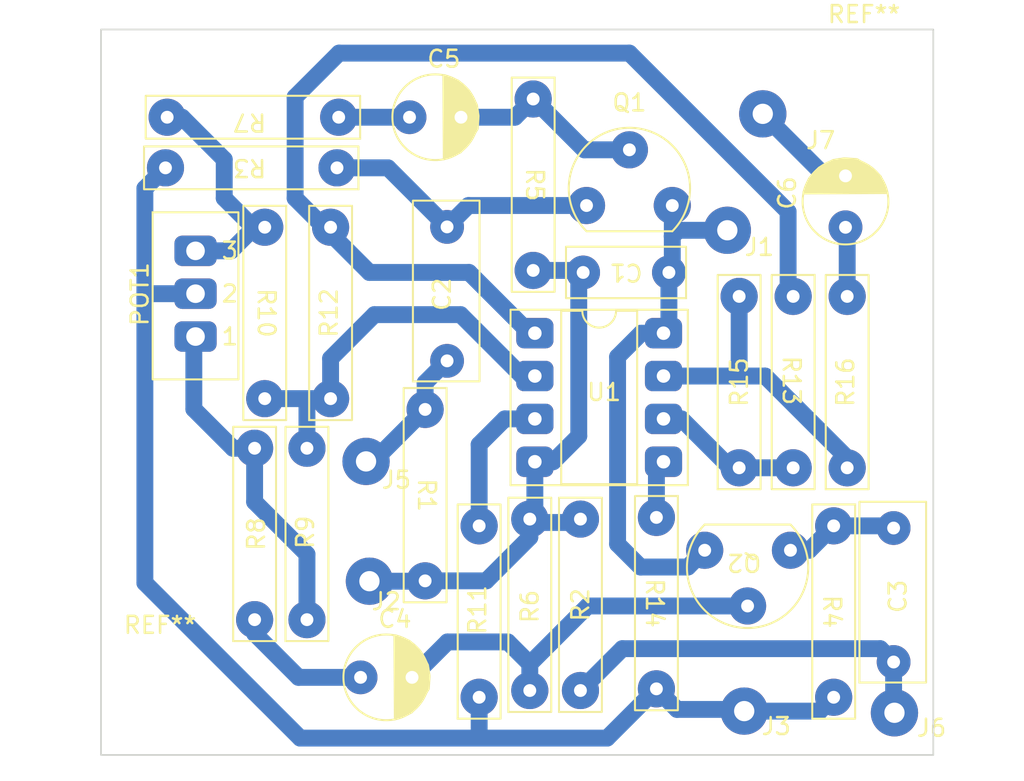
<source format=kicad_pcb>
(kicad_pcb (version 20211014) (generator pcbnew)
  (layers (0 "F.Cu" signal) (31 "B.Cu" signal) (34 "B.Paste" user) (35 "F.Paste" user) (36 "B.SilkS" user "B.Silkscreen") (37 "F.SilkS" user "F.Silkscreen") (38 "B.Mask" user) (39 "F.Mask" user) (44 "Edge.Cuts" user))
  (net 0 "")
  (net 1 "Net-(C2-Pad2)")
  (net 2 "+9V")
  (net 3 "GND")
  (net 4 "Net-(C3-Pad1)")
  (net 5 "Net-(C3-Pad2)")
  (net 6 "Net-(C4-Pad1)")
  (net 7 "Net-(C4-Pad2)")
  (net 8 "Net-(C5-Pad1)")
  (net 9 "Net-(C5-Pad2)")
  (net 10 "Net-(C6-Pad1)")
  (net 11 "Net-(C6-Pad2)")
  (net 12 "VGND")
  (net 13 "Net-(POT1-Pad1)")
  (net 14 "Net-(POT1-Pad3)")
  (net 15 "Net-(R10-Pad2)")
  (net 16 "Net-(R11-Pad2)")
  (net 17 "Net-(R12-Pad2)")
  (net 18 "Net-(R13-Pad2)")
  (net 19 "Net-(R14-Pad1)")
  (net 20 "Net-(R15-Pad2)")
  (net 21 "SEND")
  (footprint "My_Parts:CP_5mm" (layer "F.Cu") (at 190 69.9)
    (fp_text reference "C5" (at 0.508 -3.4544 unlocked) (layer "F.SilkS"))
    (fp_text value "2.2u")
    (fp_circle (center 0 0) (end 2.54 0) (layer "F.SilkS") (width 0.12) (fill none))
    (fp_poly (pts (xy 1.3716 -2.159) (xy 2.0066 -1.5748) (xy 2.4638 -0.7366) (xy 2.5654 -0.0762) (xy 2.5146 0.6858) (xy 2.032 1.4732) (xy 1.4986 2.0828) (xy 0.508 2.4892) (xy 0.4826 -2.4384) (xy 0.5588 -2.4892)) (layer "F.SilkS") (width 0.12) (fill solid))
    (pad "1" thru_hole circle (at -1.524 0) (size 2 2) (drill 0.762) (layers *.Cu *.Mask) (net 8 "Net-(C5-Pad1)"))
    (pad "2" thru_hole circle (at 1.524 0) (size 2 2) (drill 0.762) (layers *.Cu *.Mask) (net 9 "Net-(C5-Pad2)"))
  )
  (footprint "My_Parts:R_Normal" (layer "F.Cu") (at 203.1 98.7 -90)
    (fp_text reference "R14" (at 0 0.1 -90 unlocked) (layer "F.SilkS"))
    (fp_text value "4.7K")
    (fp_rect (start -6.35 -1.27) (end 6.35 1.27) (layer "F.SilkS") (width 0.12) (fill none))
    (pad "1" thru_hole circle (at -5.08 0 270) (size 2.2 2.2) (drill 0.762) (layers *.Cu *.Mask) (net 19 "Net-(R14-Pad1)"))
    (pad "2" thru_hole circle (at 5.08 0 270) (size 2.2 2.2) (drill 0.762) (layers *.Cu *.Mask) (net 12 "VGND"))
  )
  (footprint "My_Parts:FET_GSD" (layer "F.Cu") (at 211.04 96.5825 180)
    (fp_text reference "Q2" (at 2.74 0.2825 180 unlocked) (layer "F.SilkS"))
    (fp_text value "2SK303")
    (fp_line (start 0 2.54) (end 5.08 2.54) (layer "F.SilkS") (width 0.12))
    (fp_arc (start 0 2.54) (mid 2.54 -3.592102) (end 5.08 2.54) (layer "F.SilkS") (width 0.12))
    (pad "1" thru_hole circle (at 0 1.016 180) (size 2.2 2.2) (drill 0.762) (layers *.Cu *.Mask) (net 5 "Net-(C3-Pad2)"))
    (pad "2" thru_hole circle (at 2.54 -2.286 180) (size 2.2 2.2) (drill 0.762) (layers *.Cu *.Mask) (net 7 "Net-(C4-Pad2)"))
    (pad "3" thru_hole circle (at 5.08 1.016 180) (size 2.2 2.2) (drill 0.762) (layers *.Cu *.Mask) (net 2 "+9V"))
  )
  (footprint "My_Parts:Header_Pin_3p" (layer "F.Cu") (at 175.8 82.9)
    (fp_text reference "POT1" (at -3.3 -2.513 90 unlocked) (layer "F.SilkS"))
    (fp_text value "10k")
    (fp_text user "2" (at 2.032 -2.54 unlocked) (layer "F.SilkS"))
    (fp_text user "3" (at 2.032 -5.08 unlocked) (layer "F.SilkS"))
    (fp_text user "1" (at 2.032 0 unlocked) (layer "F.SilkS"))
    (fp_rect (start -2.54 -7.366) (end 2.54 2.54) (layer "F.SilkS") (width 0.12) (fill none))
    (pad "1" thru_hole roundrect (at 0 0) (size 2.5 1.8) (drill 1.1) (layers *.Cu *.Mask) (net 13 "Net-(POT1-Pad1)"))
    (pad "2" thru_hole roundrect (at 0 -2.54) (size 2.5 1.8) (drill 1.1) (layers *.Cu *.Mask) (net 12 "VGND"))
    (pad "3" thru_hole roundrect (at 0 -5.08) (size 2.5 1.8) (drill 1.1) (layers *.Cu *.Mask) (net 14 "Net-(POT1-Pad3)"))
  )
  (footprint "My_Parts:R_Normal" (layer "F.Cu") (at 214.4 85.6 90)
    (fp_text reference "R16" (at 0 -0.1 90 unlocked) (layer "F.SilkS"))
    (fp_text value "680")
    (fp_rect (start -6.35 -1.27) (end 6.35 1.27) (layer "F.SilkS") (width 0.12) (fill none))
    (pad "1" thru_hole circle (at -5.08 0 90) (size 2.2 2.2) (drill 0.762) (layers *.Cu *.Mask) (net 20 "Net-(R15-Pad2)"))
    (pad "2" thru_hole circle (at 5.08 0 90) (size 2.2 2.2) (drill 0.762) (layers *.Cu *.Mask) (net 10 "Net-(C6-Pad1)"))
  )
  (footprint "My_Parts:R_Normal" (layer "F.Cu") (at 182.4 94.6 90)
    (fp_text reference "R9" (at 0.1 -0.1 90 unlocked) (layer "F.SilkS"))
    (fp_text value "10k")
    (fp_rect (start -6.35 -1.27) (end 6.35 1.27) (layer "F.SilkS") (width 0.12) (fill none))
    (pad "1" thru_hole circle (at -5.08 0 90) (size 2.2 2.2) (drill 0.762) (layers *.Cu *.Mask) (net 13 "Net-(POT1-Pad1)"))
    (pad "2" thru_hole circle (at 5.08 0 90) (size 2.2 2.2) (drill 0.762) (layers *.Cu *.Mask) (net 15 "Net-(R10-Pad2)"))
  )
  (footprint "My_Parts:C_Poly_8mm" (layer "F.Cu") (at 217.15 99.65 90)
    (fp_text reference "C3" (at 1.35 0.25 90 unlocked) (layer "F.SilkS"))
    (fp_text value "0.1u")
    (fp_rect (start -3.756 -2.024) (end 6.956 1.924) (layer "F.SilkS") (width 0.12) (fill none))
    (pad "1" thru_hole circle (at -2.54 0 90) (size 2 2) (drill 0.762) (layers *.Cu *.Mask) (net 4 "Net-(C3-Pad1)"))
    (pad "2" thru_hole circle (at 5.4 0 90) (size 2 2) (drill 0.762) (layers *.Cu *.Mask) (net 5 "Net-(C3-Pad2)"))
  )
  (footprint "My_Parts:R_Normal" (layer "F.Cu") (at 189.4 92.3 -90)
    (fp_text reference "R1" (at 0 -0.1 -90 unlocked) (layer "F.SilkS"))
    (fp_text value "1M")
    (fp_rect (start -6.35 -1.27) (end 6.35 1.27) (layer "F.SilkS") (width 0.12) (fill none))
    (pad "1" thru_hole circle (at -5.08 0 270) (size 2.2 2.2) (drill 0.762) (layers *.Cu *.Mask) (net 21 "SEND"))
    (pad "2" thru_hole circle (at 5.08 0 270) (size 2.2 2.2) (drill 0.762) (layers *.Cu *.Mask) (net 3 "GND"))
  )
  (footprint "MountingHole:MountingHole_3.2mm_M3" (layer "F.Cu") (at 173.7 104.2)
    (fp_text reference "REF**" (at 0 -4.2) (layer "F.SilkS"))
    (fp_text value "MountingHole_3.2mm_M3")
    (pad "" np_thru_hole circle (at 0 0) (size 3.2 3.2) (drill 3.2) (layers F&B.Cu *.Mask))
  )
  (footprint "My_Parts:R_Normal" (layer "F.Cu") (at 183.8 81.5 90)
    (fp_text reference "R12" (at 0 -0.1 90 unlocked) (layer "F.SilkS"))
    (fp_text value "20k")
    (fp_rect (start -6.35 -1.27) (end 6.35 1.27) (layer "F.SilkS") (width 0.12) (fill none))
    (pad "1" thru_hole circle (at -5.08 0 90) (size 2.2 2.2) (drill 0.762) (layers *.Cu *.Mask) (net 15 "Net-(R10-Pad2)"))
    (pad "2" thru_hole circle (at 5.08 0 90) (size 2.2 2.2) (drill 0.762) (layers *.Cu *.Mask) (net 17 "Net-(R12-Pad2)"))
  )
  (footprint "My_Parts:R_Normal" (layer "F.Cu") (at 195.6 98.8 90)
    (fp_text reference "R6" (at -0.1 0 90 unlocked) (layer "F.SilkS"))
    (fp_text value "3k3")
    (fp_rect (start -6.35 -1.27) (end 6.35 1.27) (layer "F.SilkS") (width 0.12) (fill none))
    (pad "1" thru_hole circle (at -5.08 0 90) (size 2.2 2.2) (drill 0.762) (layers *.Cu *.Mask) (net 7 "Net-(C4-Pad2)"))
    (pad "2" thru_hole circle (at 5.08 0 90) (size 2.2 2.2) (drill 0.762) (layers *.Cu *.Mask) (net 3 "GND"))
  )
  (footprint "My_Parts:R_Normal" (layer "F.Cu") (at 179.3 94.6 90)
    (fp_text reference "R8" (at 0 0.1 90 unlocked) (layer "F.SilkS"))
    (fp_text value "10k")
    (fp_rect (start -6.35 -1.27) (end 6.35 1.27) (layer "F.SilkS") (width 0.12) (fill none))
    (pad "1" thru_hole circle (at -5.08 0 90) (size 2.2 2.2) (drill 0.762) (layers *.Cu *.Mask) (net 6 "Net-(C4-Pad1)"))
    (pad "2" thru_hole circle (at 5.08 0 90) (size 2.2 2.2) (drill 0.762) (layers *.Cu *.Mask) (net 13 "Net-(POT1-Pad1)"))
  )
  (footprint "My_Parts:R_Normal" (layer "F.Cu") (at 211.2 85.6 -90)
    (fp_text reference "R13" (at -0.1 0.1 -90 unlocked) (layer "F.SilkS"))
    (fp_text value "10k")
    (fp_rect (start -6.35 -1.27) (end 6.35 1.27) (layer "F.SilkS") (width 0.12) (fill none))
    (pad "1" thru_hole circle (at -5.08 0 270) (size 2.2 2.2) (drill 0.762) (layers *.Cu *.Mask) (net 17 "Net-(R12-Pad2)"))
    (pad "2" thru_hole circle (at 5.08 0 270) (size 2.2 2.2) (drill 0.762) (layers *.Cu *.Mask) (net 18 "Net-(R13-Pad2)"))
  )
  (footprint "My_Parts:R_Normal" (layer "F.Cu") (at 179.9 81.5 -90)
    (fp_text reference "R10" (at 0 -0.1 -90 unlocked) (layer "F.SilkS"))
    (fp_text value "10k")
    (fp_rect (start -6.35 -1.27) (end 6.35 1.27) (layer "F.SilkS") (width 0.12) (fill none))
    (pad "1" thru_hole circle (at -5.08 0 270) (size 2.2 2.2) (drill 0.762) (layers *.Cu *.Mask) (net 14 "Net-(POT1-Pad3)"))
    (pad "2" thru_hole circle (at 5.08 0 270) (size 2.2 2.2) (drill 0.762) (layers *.Cu *.Mask) (net 15 "Net-(R10-Pad2)"))
  )
  (footprint "MountingHole:MountingHole_3.2mm_M3" (layer "F.Cu") (at 215.4 68)
    (fp_text reference "REF**" (at 0 -4.2) (layer "F.SilkS"))
    (fp_text value "MountingHole_3.2mm_M3")
    (pad "" np_thru_hole circle (at 0 0) (size 3.2 3.2) (drill 3.2) (layers *.Cu *.Mask))
  )
  (footprint "My_Parts:R_Normal" (layer "F.Cu") (at 192.6 99.2 90)
    (fp_text reference "R11" (at 0.1 -0.1 90 unlocked) (layer "F.SilkS"))
    (fp_text value "10k")
    (fp_rect (start -6.35 -1.27) (end 6.35 1.27) (layer "F.SilkS") (width 0.12) (fill none))
    (pad "1" thru_hole circle (at -5.08 0 90) (size 2.2 2.2) (drill 0.762) (layers *.Cu *.Mask) (net 12 "VGND"))
    (pad "2" thru_hole circle (at 5.08 0 90) (size 2.2 2.2) (drill 0.762) (layers *.Cu *.Mask) (net 16 "Net-(R11-Pad2)"))
  )
  (footprint "My_Parts:R_Normal" (layer "F.Cu") (at 198.6 98.8 90)
    (fp_text reference "R2" (at 0 0 90 unlocked) (layer "F.SilkS"))
    (fp_text value "1M")
    (fp_rect (start -6.35 -1.27) (end 6.35 1.27) (layer "F.SilkS") (width 0.12) (fill none))
    (pad "1" thru_hole circle (at -5.08 0 90) (size 2.2 2.2) (drill 0.762) (layers *.Cu *.Mask) (net 4 "Net-(C3-Pad1)"))
    (pad "2" thru_hole circle (at 5.08 0 90) (size 2.2 2.2) (drill 0.762) (layers *.Cu *.Mask) (net 3 "GND"))
  )
  (footprint "My_Parts:CP_5mm" (layer "F.Cu") (at 214.3 74.9 90)
    (fp_text reference "C6" (at 0.508 -3.4544 90 unlocked) (layer "F.SilkS"))
    (fp_text value "47u")
    (fp_circle (center 0 0) (end 2.54 0) (layer "F.SilkS") (width 0.12) (fill none))
    (fp_poly (pts (xy 1.3716 -2.159) (xy 2.0066 -1.5748) (xy 2.4638 -0.7366) (xy 2.5654 -0.0762) (xy 2.5146 0.6858) (xy 2.032 1.4732) (xy 1.4986 2.0828) (xy 0.508 2.4892) (xy 0.4826 -2.4384) (xy 0.5588 -2.4892)) (layer "F.SilkS") (width 0.12) (fill solid))
    (pad "1" thru_hole circle (at -1.524 0 90) (size 2 2) (drill 0.762) (layers *.Cu *.Mask) (net 10 "Net-(C6-Pad1)"))
    (pad "2" thru_hole circle (at 1.524 0 90) (size 2 2) (drill 0.762) (layers *.Cu *.Mask) (net 11 "Net-(C6-Pad2)"))
  )
  (footprint "My_Parts:Header_Pin_1p_Large" (layer "F.Cu") (at 217.2 105.2)
    (fp_text reference "J6" (at 2.2 0.9 unlocked) (layer "F.SilkS"))
    (fp_text value "RETURN")
    (pad "1" thru_hole circle (at 0 0) (size 2.8 2.8) (drill 1.2) (layers *.Cu *.Mask) (net 4 "Net-(C3-Pad1)"))
  )
  (footprint "My_Parts:R_Normal" (layer "F.Cu") (at 179.2 69.9 180)
    (fp_text reference "R7" (at 0.2 -0.3 180 unlocked) (layer "F.SilkS"))
    (fp_text value "10k")
    (fp_rect (start -6.35 -1.27) (end 6.35 1.27) (layer "F.SilkS") (width 0.12) (fill none))
    (pad "1" thru_hole circle (at -5.08 0 180) (size 2.2 2.2) (drill 0.762) (layers *.Cu *.Mask) (net 8 "Net-(C5-Pad1)"))
    (pad "2" thru_hole circle (at 5.08 0 180) (size 2.2 2.2) (drill 0.762) (layers *.Cu *.Mask) (net 14 "Net-(POT1-Pad3)"))
  )
  (footprint "My_Parts:DIP-8" (layer "F.Cu") (at 197.17 83.2)
    (fp_text reference "U1" (at 2.83 3) (layer "F.SilkS"))
    (fp_text value "NJM5532")
    (fp_line (start -2.71 -1.89) (end -2.71 8.51) (layer "F.SilkS") (width 0.12))
    (fp_line (start 0.29 -1.83) (end 0.29 8.45) (layer "F.SilkS") (width 0.12))
    (fp_line (start 4.79 8.45) (end 4.79 -1.83) (layer "F.SilkS") (width 0.12))
    (fp_line (start -2.71 8.51) (end 7.79 8.51) (layer "F.SilkS") (width 0.12))
    (fp_line (start 0.29 8.45) (end 4.79 8.45) (layer "F.SilkS") (width 0.12))
    (fp_line (start 7.79 -1.89) (end -2.71 -1.89) (layer "F.SilkS") (width 0.12))
    (fp_line (start 4.79 -1.83) (end 3.54 -1.83) (layer "F.SilkS") (width 0.12))
    (fp_line (start 7.79 8.51) (end 7.79 -1.89) (layer "F.SilkS") (width 0.12))
    (fp_line (start 1.54 -1.83) (end 0.29 -1.83) (layer "F.SilkS") (width 0.12))
    (fp_arc (start 3.54 -1.83) (mid 2.54 -0.83) (end 1.54 -1.83) (layer "F.SilkS") (width 0.12))
    (pad "1" thru_hole roundrect (at -1.27 -0.5) (size 2.2 1.8) (drill 0.8) (layers *.Cu *.Mask) (net 17 "Net-(R12-Pad2)"))
    (pad "2" thru_hole roundrect (at -1.27 2.04) (size 2.2 1.8) (drill 0.8) (layers *.Cu *.Mask) (net 15 "Net-(R10-Pad2)"))
    (pad "3" thru_hole roundrect (at -1.27 4.58) (size 2.2 1.8) (drill 0.8) (layers *.Cu *.Mask) (net 16 "Net-(R11-Pad2)"))
    (pad "4" thru_hole roundrect (at -1.27 7.12) (size 2.2 1.8) (drill 0.8) (layers *.Cu *.Mask) (net 3 "GND"))
    (pad "5" thru_hole roundrect (at 6.35 7.12) (size 2.2 1.8) (drill 0.8) (layers *.Cu *.Mask) (net 19 "Net-(R14-Pad1)"))
    (pad "6" thru_hole roundrect (at 6.35 4.58) (size 2.2 1.8) (drill 0.8) (layers *.Cu *.Mask) (net 18 "Net-(R13-Pad2)"))
    (pad "7" thru_hole roundrect (at 6.35 2.04) (size 2.2 1.8) (drill 0.8) (layers *.Cu *.Mask) (net 20 "Net-(R15-Pad2)"))
    (pad "8" thru_hole roundrect (at 6.35 -0.5) (size 2.2 1.8) (drill 0.8) (layers *.Cu *.Mask) (net 2 "+9V"))
  )
  (footprint "My_Parts:R_Normal" (layer "F.Cu") (at 195.8 73.9 -90)
    (fp_text reference "R5" (at 0 -0.1 -90 unlocked) (layer "F.SilkS"))
    (fp_text value "3k3")
    (fp_rect (start -6.35 -1.27) (end 6.35 1.27) (layer "F.SilkS") (width 0.12) (fill none))
    (pad "1" thru_hole circle (at -5.08 0 270) (size 2.2 2.2) (drill 0.762) (layers *.Cu *.Mask) (net 9 "Net-(C5-Pad2)"))
    (pad "2" thru_hole circle (at 5.08 0 270) (size 2.2 2.2) (drill 0.762) (layers *.Cu *.Mask) (net 3 "GND"))
  )
  (footprint "My_Parts:Header_Pin_1p_Large" (layer "F.Cu") (at 186.1 97.4)
    (fp_text reference "J2" (at 1 1.2 unlocked) (layer "F.SilkS"))
    (fp_text value "GND")
    (pad "1" thru_hole circle (at 0 0) (size 2.8 2.8) (drill 1.2) (layers *.Cu *.Mask) (net 3 "GND"))
  )
  (footprint "My_Parts:Header_Pin_1p_Large" (layer "F.Cu") (at 208.3 105.1)
    (fp_text reference "J3" (at 1.9 0.9 unlocked) (layer "F.SilkS"))
    (fp_text value "Virtual GND")
    (pad "1" thru_hole circle (at 0 0) (size 2.8 2.8) (drill 1.2) (layers *.Cu *.Mask) (net 12 "VGND"))
  )
  (footprint "My_Parts:R_Normal" (layer "F.Cu") (at 179.1 72.9 180)
    (fp_text reference "R3" (at 0.1 0 180 unlocked) (layer "F.SilkS"))
    (fp_text value "1M")
    (fp_rect (start -6.35 -1.27) (end 6.35 1.27) (layer "F.SilkS") (width 0.12) (fill none))
    (pad "1" thru_hole circle (at -5.08 0 180) (size 2.2 2.2) (drill 0.762) (layers *.Cu *.Mask) (net 1 "Net-(C2-Pad2)"))
    (pad "2" thru_hole circle (at 5.08 0 180) (size 2.2 2.2) (drill 0.762) (layers *.Cu *.Mask) (net 12 "VGND"))
  )
  (footprint "My_Parts:R_Normal" (layer "F.Cu") (at 213.6 99.2 -90)
    (fp_text reference "R4" (at 0 0.1 -90 unlocked) (layer "F.SilkS"))
    (fp_text value "1M")
    (fp_rect (start -6.35 -1.27) (end 6.35 1.27) (layer "F.SilkS") (width 0.12) (fill none))
    (pad "1" thru_hole circle (at -5.08 0 270) (size 2.2 2.2) (drill 0.762) (layers *.Cu *.Mask) (net 5 "Net-(C3-Pad2)"))
    (pad "2" thru_hole circle (at 5.08 0 270) (size 2.2 2.2) (drill 0.762) (layers *.Cu *.Mask) (net 12 "VGND"))
  )
  (footprint "My_Parts:C_Poly_5mm" (layer "F.Cu") (at 201.3 79.1 180)
    (fp_text reference "C1" (at 0 0 180 unlocked) (layer "F.SilkS"))
    (fp_text value "0.1u")
    (fp_rect (start -3.556 -1.524) (end 3.556 1.524) (layer "F.SilkS") (width 0.12) (fill none))
    (pad "1" thru_hole circle (at -2.54 0 180) (size 2 2) (drill 0.762) (layers *.Cu *.Mask) (net 2 "+9V"))
    (pad "2" thru_hole circle (at 2.54 0 180) (size 2 2) (drill 0.762) (layers *.Cu *.Mask) (net 3 "GND"))
  )
  (footprint "My_Parts:Header_Pin_1p_Large" (layer "F.Cu") (at 185.9 90.3)
    (fp_text reference "J5" (at 1.8 1.1 unlocked) (layer "F.SilkS"))
    (fp_text value "IN")
    (pad "1" thru_hole circle (at 0 0) (size 2.8 2.8) (drill 1.2) (layers *.Cu *.Mask) (net 21 "SEND"))
  )
  (footprint "My_Parts:C_Poly_8mm" (layer "F.Cu") (at 190.7 81.8 90)
    (fp_text reference "C2" (at 1.4 -0.3 90 unlocked) (layer "F.SilkS"))
    (fp_text value "0.1u")
    (fp_rect (start -3.756 -2.024) (end 6.956 1.924) (layer "F.SilkS") (width 0.12) (fill none))
    (pad "1" thru_hole circle (at -2.54 0 90) (size 2 2) (drill 0.762) (layers *.Cu *.Mask) (net 21 "SEND"))
    (pad "2" thru_hole circle (at 5.4 0 90) (size 2 2) (drill 0.762) (layers *.Cu *.Mask) (net 1 "Net-(C2-Pad2)"))
  )
  (footprint "My_Parts:FET_GSD" (layer "F.Cu") (at 198.96 74.1175)
    (fp_text reference "Q1" (at 2.54 -5.08 unlocked) (layer "F.SilkS"))
    (fp_text value "2SK303")
    (fp_line (start 0 2.54) (end 5.08 2.54) (layer "F.SilkS") (width 0.12))
    (fp_arc (start 0 2.54) (mid 2.54 -3.592102) (end 5.08 2.54) (layer "F.SilkS") (width 0.12))
    (pad "1" thru_hole circle (at 0 1.016) (size 2.2 2.2) (drill 0.762) (layers *.Cu *.Mask) (net 1 "Net-(C2-Pad2)"))
    (pad "2" thru_hole circle (at 2.54 -2.286) (size 2.2 2.2) (drill 0.762) (layers *.Cu *.Mask) (net 9 "Net-(C5-Pad2)"))
    (pad "3" thru_hole circle (at 5.08 1.016) (size 2.2 2.2) (drill 0.762) (layers *.Cu *.Mask) (net 2 "+9V"))
  )
  (footprint "My_Parts:CP_5mm" (layer "F.Cu") (at 187.1 103.1)
    (fp_text reference "C4" (at 0.508 -3.4544 unlocked) (layer "F.SilkS"))
    (fp_text value "2.2u")
    (fp_circle (center 0 0) (end 2.54 0) (layer "F.SilkS") (width 0.12) (fill none))
    (fp_poly (pts (xy 1.3716 -2.159) (xy 2.0066 -1.5748) (xy 2.4638 -0.7366) (xy 2.5654 -0.0762) (xy 2.5146 0.6858) (xy 2.032 1.4732) (xy 1.4986 2.0828) (xy 0.508 2.4892) (xy 0.4826 -2.4384) (xy 0.5588 -2.4892)) (layer "F.SilkS") (width 0.12) (fill solid))
    (pad "1" thru_hole circle (at -1.524 0) (size 2 2) (drill 0.762) (layers *.Cu *.Mask) (net 6 "Net-(C4-Pad1)"))
    (pad "2" thru_hole circle (at 1.524 0) (size 2 2) (drill 0.762) (layers *.Cu *.Mask) (net 7 "Net-(C4-Pad2)"))
  )
  (footprint "My_Parts:Header_Pin_1p_Large" (layer "F.Cu") (at 207.3 76.6)
    (fp_text reference "J1" (at 1.9 1 unlocked) (layer "F.SilkS"))
    (fp_text value "9V")
    (pad "1" thru_hole circle (at 0 0) (size 2.8 2.8) (drill 1.2) (layers *.Cu *.Mask) (net 2 "+9V"))
  )
  (footprint "My_Parts:Header_Pin_1p_Large" (layer "F.Cu") (at 209.4 69.7)
    (fp_text reference "J7" (at 3.429 1.5748 unlocked) (layer "F.SilkS"))
    (fp_text value "OUT")
    (pad "1" thru_hole circle (at 0 0) (size 2.8 2.8) (drill 1.2) (layers *.Cu *.Mask) (net 11 "Net-(C6-Pad2)"))
  )
  (footprint "My_Parts:R_Normal" (layer "F.Cu") (at 208 85.6 90)
    (fp_text reference "R15" (at 0 0 90 unlocked) (layer "F.SilkS"))
    (fp_text value "10k")
    (fp_rect (start -6.35 -1.27) (end 6.35 1.27) (layer "F.SilkS") (width 0.12) (fill none))
    (pad "1" thru_hole circle (at -5.08 0 90) (size 2.2 2.2) (drill 0.762) (layers *.Cu *.Mask) (net 18 "Net-(R13-Pad2)"))
    (pad "2" thru_hole circle (at 5.08 0 90) (size 2.2 2.2) (drill 0.762) (layers *.Cu *.Mask) (net 20 "Net-(R15-Pad2)"))
  )
  (gr_rect (start 170.2 64.7) (end 219.5 107.7) (layer "Edge.Cuts") (width 0.1) (fill none))
  (segment (start 198.96 75.1335) (end 191.9665 75.1335) (width 1) (layer "B.Cu") (net 1))
  (segment (start 190.7 76.4) (end 187.2 72.9) (width 1) (layer "B.Cu") (net 1))
  (segment (start 187.2 72.9) (end 184.18 72.9) (width 1) (layer "B.Cu") (net 1))
  (segment (start 191.9665 75.1335) (end 190.7 76.4) (width 1) (layer "B.Cu") (net 1))
  (segment (start 203.84 82.38) (end 203.52 82.7) (width 1) (layer "B.Cu") (net 2))
  (segment (start 204.04 75.1335) (end 204.04 76.96) (width 1) (layer "B.Cu") (net 2))
  (segment (start 200.8 84.1) (end 200.8 95.2) (width 1) (layer "B.Cu") (net 2))
  (segment (start 203.84 79.1) (end 203.84 82.38) (width 1) (layer "B.Cu") (net 2))
  (segment (start 203.52 82.7) (end 202.2 82.7) (width 1) (layer "B.Cu") (net 2))
  (segment (start 207.3 76.6) (end 204.4 76.6) (width 1) (layer "B.Cu") (net 2))
  (segment (start 204.4 76.6) (end 204.04 76.96) (width 1) (layer "B.Cu") (net 2))
  (segment (start 202.16 96.56) (end 204.9665 96.56) (width 1) (layer "B.Cu") (net 2))
  (segment (start 202.2 82.7) (end 200.8 84.1) (width 1) (layer "B.Cu") (net 2))
  (segment (start 204.9665 96.56) (end 205.96 95.5665) (width 1) (layer "B.Cu") (net 2))
  (segment (start 200.8 95.2) (end 202.16 96.56) (width 1) (layer "B.Cu") (net 2))
  (segment (start 204.04 76.96) (end 204.04 78.9) (width 1) (layer "B.Cu") (net 2))
  (segment (start 204.04 78.9) (end 203.84 79.1) (width 1) (layer "B.Cu") (net 2))
  (segment (start 198.5 79.36) (end 198.76 79.1) (width 1) (layer "B.Cu") (net 3))
  (segment (start 195.9 90.32) (end 196.98 90.32) (width 1) (layer "B.Cu") (net 3))
  (segment (start 198.8 93.92) (end 196.1 93.92) (width 1) (layer "B.Cu") (net 3))
  (segment (start 189.38 97.4) (end 189.4 97.38) (width 1) (layer "B.Cu") (net 3))
  (segment (start 195.9 90.32) (end 195.9 93.72) (width 1) (layer "B.Cu") (net 3))
  (segment (start 186 97.4) (end 189.38 97.4) (width 1) (layer "B.Cu") (net 3))
  (segment (start 193.02 97.38) (end 195.6 94.8) (width 1) (layer "B.Cu") (net 3))
  (segment (start 196.98 90.32) (end 198.5 88.8) (width 1) (layer "B.Cu") (net 3))
  (segment (start 196.1 93.92) (end 195.9 93.72) (width 1) (layer "B.Cu") (net 3))
  (segment (start 195.6 94.8) (end 195.6 93.72) (width 1) (layer "B.Cu") (net 3))
  (segment (start 195.8 78.98) (end 198.64 78.98) (width 1) (layer "B.Cu") (net 3))
  (segment (start 189.4 97.38) (end 193.02 97.38) (width 1) (layer "B.Cu") (net 3))
  (segment (start 198.5 88.8) (end 198.5 79.36) (width 1) (layer "B.Cu") (net 3))
  (segment (start 198.64 78.98) (end 198.76 79.1) (width 1) (layer "B.Cu") (net 3))
  (segment (start 216.36 101.4) (end 217.15 102.19) (width 1) (layer "B.Cu") (net 4))
  (segment (start 201.08 101.4) (end 216.36 101.4) (width 1) (layer "B.Cu") (net 4))
  (segment (start 198.6 103.88) (end 201.08 101.4) (width 1) (layer "B.Cu") (net 4))
  (segment (start 217.15 102.19) (end 217.15 105.15) (width 1) (layer "B.Cu") (net 4))
  (segment (start 217.15 105.15) (end 217.2 105.2) (width 1) (layer "B.Cu") (net 4))
  (segment (start 211.04 95.5665) (end 212.1535 95.5665) (width 1) (layer "B.Cu") (net 5))
  (segment (start 212.1535 95.5665) (end 213.6 94.12) (width 1) (layer "B.Cu") (net 5))
  (segment (start 213.6 94.12) (end 217.18 94.12) (width 1) (layer "B.Cu") (net 5))
  (segment (start 181.9 103.1) (end 179.3 100.5) (width 1) (layer "B.Cu") (net 6))
  (segment (start 185.576 103.1) (end 181.9 103.1) (width 1) (layer "B.Cu") (net 6))
  (segment (start 179.3 100.5) (end 179.3 99.68) (width 1) (layer "B.Cu") (net 6))
  (segment (start 194.3 101) (end 195.6 102.3) (width 1) (layer "B.Cu") (net 7))
  (segment (start 188.624 103.1) (end 190.724 101) (width 1) (layer "B.Cu") (net 7))
  (segment (start 195.6 102.3) (end 199.0315 98.8685) (width 1) (layer "B.Cu") (net 7))
  (segment (start 195.28 104.2) (end 195.6 103.88) (width 1) (layer "B.Cu") (net 7))
  (segment (start 190.724 101) (end 194.3 101) (width 1) (layer "B.Cu") (net 7))
  (segment (start 195.6 103.88) (end 195.6 102.3) (width 1) (layer "B.Cu") (net 7))
  (segment (start 199.0315 98.8685) (end 208.5 98.8685) (width 1) (layer "B.Cu") (net 7))
  (segment (start 184.28 69.9) (end 188.476 69.9) (width 1) (layer "B.Cu") (net 8))
  (segment (start 198.8315 71.8315) (end 201.5 71.8315) (width 1) (layer "B.Cu") (net 9))
  (segment (start 194.72 69.9) (end 195.8 68.82) (width 1) (layer "B.Cu") (net 9))
  (segment (start 191.524 69.9) (end 194.72 69.9) (width 1) (layer "B.Cu") (net 9))
  (segment (start 195.82 68.82) (end 198.8315 71.8315) (width 1) (layer "B.Cu") (net 9))
  (segment (start 195.8 68.82) (end 195.82 68.82) (width 1) (layer "B.Cu") (net 9))
  (segment (start 214.4 80.52) (end 214.4 76.524) (width 1) (layer "B.Cu") (net 10))
  (segment (start 214.4 76.524) (end 214.3 76.424) (width 1) (layer "B.Cu") (net 10))
  (segment (start 213.076 73.376) (end 209.4 69.7) (width 1) (layer "B.Cu") (net 11))
  (segment (start 214.3 73.376) (end 213.076 73.376) (width 1) (layer "B.Cu") (net 11))
  (segment (start 192.6 106.7) (end 200.18 106.7) (width 1) (layer "B.Cu") (net 12))
  (segment (start 203.1 103.78) (end 204.32 105) (width 1) (layer "B.Cu") (net 12))
  (segment (start 172.8 80.6) (end 172.8 74.12) (width 1) (layer "B.Cu") (net 12))
  (segment (start 175.8 80.36) (end 173.04 80.36) (width 1) (layer "B.Cu") (net 12))
  (segment (start 172.8 80.6) (end 172.8 97.5) (width 1) (layer "B.Cu") (net 12))
  (segment (start 182 106.7) (end 192.6 106.7) (width 1) (layer "B.Cu") (net 12))
  (segment (start 204.32 105) (end 208.2 105) (width 1) (layer "B.Cu") (net 12))
  (segment (start 172.8 74.12) (end 174.02 72.9) (width 1) (layer "B.Cu") (net 12))
  (segment (start 208.3 105.1) (end 212.78 105.1) (width 1) (layer "B.Cu") (net 12))
  (segment (start 192.6 104.28) (end 192.6 106.7) (width 1) (layer "B.Cu") (net 12))
  (segment (start 208.2 105) (end 208.3 105.1) (width 1) (layer "B.Cu") (net 12))
  (segment (start 200.18 106.7) (end 203.1 103.78) (width 1) (layer "B.Cu") (net 12))
  (segment (start 172.8 97.5) (end 182 106.7) (width 1) (layer "B.Cu") (net 12))
  (segment (start 212.78 105.1) (end 213.6 104.28) (width 1) (layer "B.Cu") (net 12))
  (segment (start 173.04 80.36) (end 172.8 80.6) (width 1) (layer "B.Cu") (net 12))
  (segment (start 175.7 83) (end 175.7 87.2) (width 1) (layer "B.Cu") (net 13))
  (segment (start 182.4 95.8) (end 182.4 99.68) (width 1) (layer "B.Cu") (net 13))
  (segment (start 178.02 89.52) (end 179.3 89.52) (width 1) (layer "B.Cu") (net 13))
  (segment (start 175.8 82.9) (end 175.7 83) (width 1) (layer "B.Cu") (net 13))
  (segment (start 175.7 87.2) (end 178.02 89.52) (width 1) (layer "B.Cu") (net 13))
  (segment (start 179.3 89.52) (end 179.3 92.7) (width 1) (layer "B.Cu") (net 13))
  (segment (start 179.3 92.7) (end 182.4 95.8) (width 1) (layer "B.Cu") (net 13))
  (segment (start 179.3 76.42) (end 179.22 76.42) (width 1) (layer "B.Cu") (net 14))
  (segment (start 177.9 77.82) (end 179.3 76.42) (width 1) (layer "B.Cu") (net 14))
  (segment (start 175 69.9) (end 174.12 69.9) (width 1) (layer "B.Cu") (net 14))
  (segment (start 177.5 72.4) (end 175 69.9) (width 1) (layer "B.Cu") (net 14))
  (segment (start 179.22 76.42) (end 177.5 74.7) (width 1) (layer "B.Cu") (net 14))
  (segment (start 175.8 77.82) (end 177.9 77.82) (width 1) (layer "B.Cu") (net 14))
  (segment (start 177.5 74.7) (end 177.5 72.4) (width 1) (layer "B.Cu") (net 14))
  (segment (start 179.9 86.58) (end 182.72 86.58) (width 1) (layer "B.Cu") (net 15))
  (segment (start 195.14 85.24) (end 191.5 81.6) (width 1) (layer "B.Cu") (net 15))
  (segment (start 195.9 85.24) (end 195.14 85.24) (width 1) (layer "B.Cu") (net 15))
  (segment (start 186.4 81.6) (end 183.8 84.2) (width 1) (layer "B.Cu") (net 15))
  (segment (start 182.4 89.52) (end 182.4 86.9) (width 1) (layer "B.Cu") (net 15))
  (segment (start 182.4 86.9) (end 182.72 86.58) (width 1) (layer "B.Cu") (net 15))
  (segment (start 183.8 84.2) (end 183.8 86.58) (width 1) (layer "B.Cu") (net 15))
  (segment (start 182.72 86.58) (end 183.8 86.58) (width 1) (layer "B.Cu") (net 15))
  (segment (start 191.5 81.6) (end 186.4 81.6) (width 1) (layer "B.Cu") (net 15))
  (segment (start 192.6 94.12) (end 192.6 89.3) (width 1) (layer "B.Cu") (net 16))
  (segment (start 192.6 89.3) (end 194.12 87.78) (width 1) (layer "B.Cu") (net 16))
  (segment (start 194.12 87.78) (end 195.9 87.78) (width 1) (layer "B.Cu") (net 16))
  (segment (start 195.6 82.7) (end 192 79.1) (width 1) (layer "B.Cu") (net 17))
  (segment (start 181.7 68.7) (end 184.3 66.1) (width 1) (layer "B.Cu") (net 17))
  (segment (start 195.9 82.7) (end 195.6 82.7) (width 1) (layer "B.Cu") (net 17))
  (segment (start 201.5 66.1) (end 210.9 75.5) (width 1) (layer "B.Cu") (net 17))
  (segment (start 181.7 74.7) (end 181.7 68.7) (width 1) (layer "B.Cu") (net 17))
  (segment (start 192 79.1) (end 186.1 79.1) (width 1) (layer "B.Cu") (net 17))
  (segment (start 210.9 75.5) (end 210.9 80.22) (width 1) (layer "B.Cu") (net 17))
  (segment (start 210.9 80.22) (end 211.2 80.52) (width 1) (layer "B.Cu") (net 17))
  (segment (start 184.3 66.1) (end 201.5 66.1) (width 1) (layer "B.Cu") (net 17))
  (segment (start 186.1 79.1) (end 181.7 74.7) (width 1) (layer "B.Cu") (net 17))
  (segment (start 208 90.68) (end 211.2 90.68) (width 1) (layer "B.Cu") (net 18))
  (segment (start 207.48 90.68) (end 208 90.68) (width 1) (layer "B.Cu") (net 18))
  (segment (start 204.58 87.78) (end 207.48 90.68) (width 1) (layer "B.Cu") (net 18))
  (segment (start 203.52 87.78) (end 204.58 87.78) (width 1) (layer "B.Cu") (net 18))
  (segment (start 203.1 93.62) (end 203.1 90.74) (width 1) (layer "B.Cu") (net 19))
  (segment (start 203.1 90.74) (end 203.52 90.32) (width 1) (layer "B.Cu") (net 19))
  (segment (start 208 80.52) (end 208 84.9) (width 1) (layer "B.Cu") (net 20))
  (segment (start 209.54 85.24) (end 207.66 85.24) (width 1) (layer "B.Cu") (net 20))
  (segment (start 208 84.9) (end 207.66 85.24) (width 1) (layer "B.Cu") (net 20))
  (segment (start 214.4 90.1) (end 209.54 85.24) (width 1) (layer "B.Cu") (net 20))
  (segment (start 214.4 90.68) (end 214.4 90.1) (width 1) (layer "B.Cu") (net 20))
  (segment (start 207.66 85.24) (end 203.52 85.24) (width 1) (layer "B.Cu") (net 20))
  (segment (start 189.4 87.22) (end 189.4 85.64) (width 1) (layer "B.Cu") (net 21))
  (segment (start 189.4 85.64) (end 190.7 84.34) (width 1) (layer "B.Cu") (net 21))
  (segment (start 185.9 90.3) (end 186.32 90.3) (width 1) (layer "B.Cu") (net 21))
  (segment (start 186.32 90.3) (end 189.4 87.22) (width 1) (layer "B.Cu") (net 21))
)
</source>
